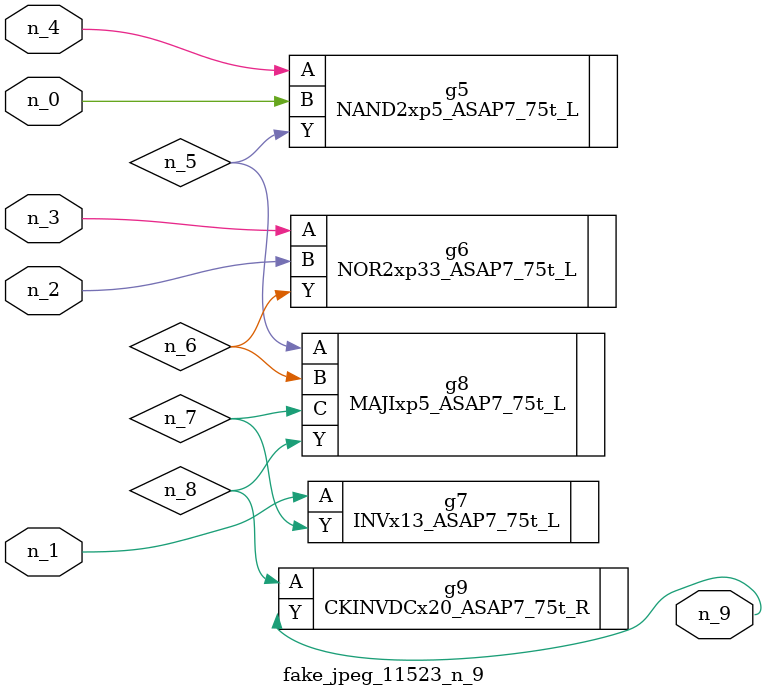
<source format=v>
module fake_jpeg_11523_n_9 (n_3, n_2, n_1, n_0, n_4, n_9);

input n_3;
input n_2;
input n_1;
input n_0;
input n_4;

output n_9;

wire n_8;
wire n_6;
wire n_5;
wire n_7;

NAND2xp5_ASAP7_75t_L g5 ( 
.A(n_4),
.B(n_0),
.Y(n_5)
);

NOR2xp33_ASAP7_75t_L g6 ( 
.A(n_3),
.B(n_2),
.Y(n_6)
);

INVx13_ASAP7_75t_L g7 ( 
.A(n_1),
.Y(n_7)
);

MAJIxp5_ASAP7_75t_L g8 ( 
.A(n_5),
.B(n_6),
.C(n_7),
.Y(n_8)
);

CKINVDCx20_ASAP7_75t_R g9 ( 
.A(n_8),
.Y(n_9)
);


endmodule
</source>
